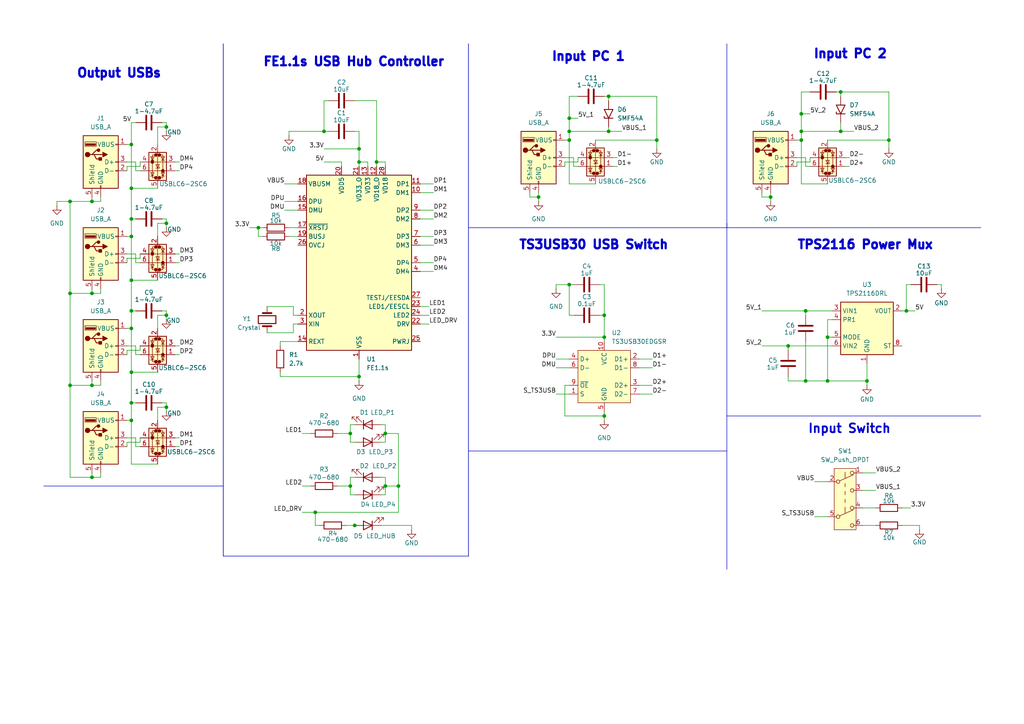
<source format=kicad_sch>
(kicad_sch (version 20250114) (generator "eeschema") (generator_version "9.0")
  (paper "A4")
  (lib_symbols
    (symbol "Connector:USB_A" (pin_names (offset 1.016))
      (property "Reference" "J" (at -5.08 11.43 0))
      (property "Value" "USB_A" (at -5.08 8.89 0))
      (symbol "USB_A_0_1"
        (rectangle (start -5.08 -7.62) (end 5.08 7.62) (stroke (width 0.254)) (fill (type background)))
        (circle (center -3.81 2.159) (radius 0.635) (stroke (width 0.254)) (fill (type outline)))
        (polyline (pts (xy -3.175 2.159) (xy -2.54 2.159) (xy -1.27 3.429) (xy -0.635 3.429)) (stroke (width 0.254)))
        (polyline (pts (xy -2.54 2.159) (xy -1.905 2.159) (xy -1.27 0.889) (xy 0 0.889)) (stroke (width 0.254)))
        (rectangle (start -1.524 4.826) (end -4.318 5.334) (fill (type outline)))
        (rectangle (start -1.27 4.572) (end -4.572 5.842))
        (circle (center -0.635 3.429) (radius 0.381) (stroke (width 0.254)) (fill (type outline)))
        (rectangle (start -0.127 -7.62) (end 0.127 -6.858))
        (rectangle (start 0.254 1.27) (end -0.508 0.508) (stroke (width 0.254)) (fill (type outline)))
        (polyline (pts (xy 0.635 2.794) (xy 0.635 1.524) (xy 1.905 2.159) (xy 0.635 2.794)) (stroke (width 0.254)) (fill (type outline)))
        (rectangle (start 5.08 4.953) (end 4.318 5.207))
        (rectangle (start 5.08 -0.127) (end 4.318 0.127))
        (rectangle (start 5.08 -2.667) (end 4.318 -2.413))
      )
      (symbol "USB_A_1_1"
        (polyline (pts (xy -1.905 2.159) (xy 0.635 2.159)) (stroke (width 0.254)))
        (pin passive line (at -2.54 -10.16 90) (length 2.54) (name "Shield") (number "5"))
        (pin power_in line (at 0 -10.16 90) (length 2.54) (name "GND") (number "4"))
        (pin power_in line (at 7.62 5.08 180) (length 2.54) (name "VBUS") (number "1"))
        (pin bidirectional line (at 7.62 0 180) (length 2.54) (name "D+") (number "3"))
        (pin bidirectional line (at 7.62 -2.54 180) (length 2.54) (name "D-") (number "2"))
      )
    )
    (symbol "Device:C" (pin_numbers (hide yes)) (pin_names (offset 0.254))
      (property "Reference" "C" (at 0.635 2.54 0))
      (property "Value" "C" (at 0.635 -2.54 0))
      (symbol "C_0_1"
        (polyline (pts (xy -2.032 0.762) (xy 2.032 0.762)) (stroke (width 0.508)))
        (polyline (pts (xy -2.032 -0.762) (xy 2.032 -0.762)) (stroke (width 0.508)))
      )
      (symbol "C_1_1"
        (pin passive line (at 0 3.81 270) (length 2.794) (name "~") (number "1"))
        (pin passive line (at 0 -3.81 90) (length 2.794) (name "~") (number "2"))
      )
    )
    (symbol "Device:Crystal" (pin_numbers (hide yes)) (pin_names (offset 1.016) (hide yes))
      (property "Reference" "Y" (at 0 3.81 0))
      (property "Value" "Crystal" (at 0 -3.81 0))
      (symbol "Crystal_0_1"
        (polyline (pts (xy -2.54 0) (xy -1.905 0)))
        (polyline (pts (xy -1.905 -1.27) (xy -1.905 1.27)) (stroke (width 0.508)))
        (rectangle (start -1.143 2.54) (end 1.143 -2.54) (stroke (width 0.3048)))
        (polyline (pts (xy 1.905 -1.27) (xy 1.905 1.27)) (stroke (width 0.508)))
        (polyline (pts (xy 2.54 0) (xy 1.905 0)))
      )
      (symbol "Crystal_1_1"
        (pin passive line (at -3.81 0 0) (length 1.27) (name "1") (number "1"))
        (pin passive line (at 3.81 0 180) (length 1.27) (name "2") (number "2"))
      )
    )
    (symbol "Device:LED" (pin_numbers (hide yes)) (pin_names (offset 1.016) (hide yes))
      (property "Reference" "D" (at 0 2.54 0))
      (property "Value" "LED" (at 0 -2.54 0))
      (symbol "LED_0_1"
        (polyline (pts (xy -3.048 -0.762) (xy -4.572 -2.286) (xy -3.81 -2.286) (xy -4.572 -2.286) (xy -4.572 -1.524)))
        (polyline (pts (xy -1.778 -0.762) (xy -3.302 -2.286) (xy -2.54 -2.286) (xy -3.302 -2.286) (xy -3.302 -1.524)))
        (polyline (pts (xy -1.27 0) (xy 1.27 0)))
        (polyline (pts (xy -1.27 -1.27) (xy -1.27 1.27)) (stroke (width 0.254)))
        (polyline (pts (xy 1.27 -1.27) (xy 1.27 1.27) (xy -1.27 0) (xy 1.27 -1.27)) (stroke (width 0.254)))
      )
      (symbol "LED_1_1"
        (pin passive line (at -3.81 0 0) (length 2.54) (name "K") (number "1"))
        (pin passive line (at 3.81 0 180) (length 2.54) (name "A") (number "2"))
      )
    )
    (symbol "Device:R" (pin_numbers (hide yes)) (pin_names (offset 0))
      (property "Reference" "R" (at 2.032 0 90))
      (property "Value" "R" (at 0 0 90))
      (symbol "R_0_1"
        (rectangle (start -1.016 -2.54) (end 1.016 2.54) (stroke (width 0.254)))
      )
      (symbol "R_1_1"
        (pin passive line (at 0 3.81 270) (length 1.27) (name "~") (number "1"))
        (pin passive line (at 0 -3.81 90) (length 1.27) (name "~") (number "2"))
      )
    )
    (symbol "Diode:SMF54A" (pin_numbers (hide yes)) (pin_names (offset 1.016) (hide yes))
      (property "Reference" "D" (at 0 2.54 0))
      (property "Value" "SMF54A" (at 0 -2.54 0))
      (symbol "SMF54A_0_1"
        (polyline (pts (xy -0.762 1.27) (xy -1.27 1.27) (xy -1.27 -1.27)) (stroke (width 0.254)))
        (polyline (pts (xy 1.27 1.27) (xy 1.27 -1.27) (xy -1.27 0) (xy 1.27 1.27)) (stroke (width 0.254)))
      )
      (symbol "SMF54A_1_1"
        (pin passive line (at -3.81 0 0) (length 2.54) (name "A1") (number "1"))
        (pin passive line (at 3.81 0 180) (length 2.54) (name "A2") (number "2"))
      )
    )
    (symbol "Interface_USB:FE1.1s"
      (property "Reference" "U" (at -11.43 26.67 0))
      (property "Value" "FE1.1s" (at 12.7 27.94 0))
      (symbol "FE1.1s_0_1"
        (rectangle (start -15.24 25.4) (end 15.24 -25.4) (stroke (width 0.254)) (fill (type background)))
      )
      (symbol "FE1.1s_1_1"
        (pin input line (at -17.78 22.86 0) (length 2.54) (name "VBUSM") (number "18"))
        (pin bidirectional line (at -17.78 17.78 0) (length 2.54) (name "DPU") (number "16"))
        (pin bidirectional line (at -17.78 15.24 0) (length 2.54) (name "DMU") (number "15"))
        (pin input line (at -17.78 10.16 0) (length 2.54) (name "~{XRSTJ}") (number "17"))
        (pin input line (at -17.78 7.62 0) (length 2.54) (name "BUSJ") (number "19"))
        (pin input line (at -17.78 5.08 0) (length 2.54) (name "OVCJ") (number "26"))
        (pin output line (at -17.78 -15.24 0) (length 2.54) (name "XOUT") (number "2"))
        (pin input line (at -17.78 -17.78 0) (length 2.54) (name "XIN") (number "3"))
        (pin passive line (at -17.78 -22.86 0) (length 2.54) (name "REXT") (number "14"))
        (pin power_in line (at -5.08 27.94 270) (length 2.54) (name "VDD5") (number "20"))
        (pin power_out line (at 0 27.94 270) (length 2.54) (name "VD33_O") (number "21"))
        (pin power_in line (at 0 -27.94 90) (length 2.54) (name "VSS") (number "1"))
        (pin power_in line (at 2.54 27.94 270) (length 2.54) (name "VD33") (number "13"))
        (pin power_out line (at 5.08 27.94 270) (length 2.54) (name "VD18_O") (number "12"))
        (pin power_in line (at 7.62 27.94 270) (length 2.54) (name "VD18") (number "28"))
        (pin bidirectional line (at 17.78 22.86 180) (length 2.54) (name "DP1") (number "11"))
        (pin bidirectional line (at 17.78 20.32 180) (length 2.54) (name "DM1") (number "10"))
        (pin bidirectional line (at 17.78 15.24 180) (length 2.54) (name "DP2") (number "9"))
        (pin bidirectional line (at 17.78 12.7 180) (length 2.54) (name "DM2") (number "8"))
        (pin bidirectional line (at 17.78 7.62 180) (length 2.54) (name "DP3") (number "7"))
        (pin bidirectional line (at 17.78 5.08 180) (length 2.54) (name "DM3") (number "6"))
        (pin bidirectional line (at 17.78 0 180) (length 2.54) (name "DP4") (number "5"))
        (pin bidirectional line (at 17.78 -2.54 180) (length 2.54) (name "DM4") (number "4"))
        (pin bidirectional line (at 17.78 -10.16 180) (length 2.54) (name "TESTJ/EESDA") (number "27"))
        (pin bidirectional line (at 17.78 -12.7 180) (length 2.54) (name "LED1/EESCL") (number "23"))
        (pin bidirectional line (at 17.78 -15.24 180) (length 2.54) (name "LED2") (number "24"))
        (pin bidirectional line (at 17.78 -17.78 180) (length 2.54) (name "DRV") (number "22"))
        (pin output line (at 17.78 -22.86 180) (length 2.54) (name "PWRJ") (number "25"))
      )
    )
    (symbol "Interface_USB:TS3USB30EDGSR"
      (property "Reference" "U" (at -6.35 8.89 0))
      (property "Value" "TS3USB30EDGSR" (at 8.89 8.89 0))
      (symbol "TS3USB30EDGSR_1_1"
        (rectangle (start -7.62 7.62) (end 7.62 -7.62) (fill (type background)))
        (pin bidirectional line (at -10.16 5.08 0) (length 2.54) (name "D+") (number "4"))
        (pin bidirectional line (at -10.16 2.54 0) (length 2.54) (name "D-") (number "6"))
        (pin input line (at -10.16 -2.54 0) (length 2.54) (name "~{OE}") (number "9"))
        (pin input line (at -10.16 -5.08 0) (length 2.54) (name "S") (number "1"))
        (pin power_in line (at 0 10.16 270) (length 2.54) (name "VCC") (number "10"))
        (pin power_in line (at 0 -10.16 90) (length 2.54) (name "GND") (number "5"))
        (pin bidirectional line (at 10.16 5.08 180) (length 2.54) (name "D1+") (number "2"))
        (pin bidirectional line (at 10.16 2.54 180) (length 2.54) (name "D1-") (number "8"))
        (pin bidirectional line (at 10.16 -2.54 180) (length 2.54) (name "D2+") (number "3"))
        (pin bidirectional line (at 10.16 -5.08 180) (length 2.54) (name "D2-") (number "7"))
      )
    )
    (symbol "Power_Management:TPS2116DRL"
      (property "Reference" "U" (at -7.874 9.144 0))
      (property "Value" "TPS2116DRL" (at 0.508 -8.89 0))
      (symbol "TPS2116DRL_0_1"
        (rectangle (start -7.62 7.62) (end 7.62 -7.62) (stroke (width 0.254)) (fill (type background)))
      )
      (symbol "TPS2116DRL_1_0"
        (pin power_out line (at 10.16 5.08 180) (length 2.54) (hide yes) (name "VOUT") (number "7"))
      )
      (symbol "TPS2116DRL_1_1"
        (pin power_in line (at -10.16 5.08 0) (length 2.54) (name "VIN1") (number "3"))
        (pin input line (at -10.16 2.54 0) (length 2.54) (name "PR1") (number "4"))
        (pin input line (at -10.16 -2.54 0) (length 2.54) (name "MODE") (number "5"))
        (pin power_in line (at -10.16 -5.08 0) (length 2.54) (name "VIN2") (number "6"))
        (pin power_in line (at 0 -10.16 90) (length 2.54) (name "GND") (number "1"))
        (pin power_out line (at 10.16 5.08 180) (length 2.54) (name "VOUT") (number "2"))
        (pin open_collector line (at 10.16 -5.08 180) (length 2.54) (name "ST") (number "8"))
      )
    )
    (symbol "Power_Protection:USBLC6-2SC6" (pin_names (hide yes))
      (property "Reference" "U" (at 0.635 5.715 0))
      (property "Value" "USBLC6-2SC6" (at 0.635 3.81 0))
      (symbol "USBLC6-2SC6_0_0"
        (circle (center -1.524 0) (radius 0.0001) (stroke (width 0.508)))
        (circle (center -0.508 2.032) (radius 0.0001) (stroke (width 0.508)))
        (circle (center -0.508 -4.572) (radius 0.0001) (stroke (width 0.508)))
        (circle (center 0.508 2.032) (radius 0.0001) (stroke (width 0.508)))
        (circle (center 0.508 -4.572) (radius 0.0001) (stroke (width 0.508)))
        (circle (center 1.524 -2.54) (radius 0.0001) (stroke (width 0.508)))
      )
      (symbol "USBLC6-2SC6_0_1"
        (polyline (pts (xy -2.54 0) (xy 2.54 0)))
        (polyline (pts (xy -2.54 -2.54) (xy 2.54 -2.54)))
        (polyline (pts (xy -2.032 0.508) (xy -1.016 0.508) (xy -1.524 1.524) (xy -2.032 0.508)))
        (polyline (pts (xy -2.032 -3.048) (xy -1.016 -3.048)))
        (polyline (pts (xy -1.016 1.524) (xy -2.032 1.524)))
        (polyline (pts (xy -1.016 -4.064) (xy -2.032 -4.064) (xy -1.524 -3.048) (xy -1.016 -4.064)))
        (polyline (pts (xy -0.508 -1.143) (xy -0.508 -0.762) (xy 0.508 -0.762)))
        (polyline (pts (xy 0 2.54) (xy -0.508 2.032) (xy 0.508 2.032) (xy 0 1.524) (xy 0 -4.064) (xy -0.508 -4.572) (xy 0.508 -4.572) (xy 0 -5.08)))
        (polyline (pts (xy 0.508 -1.778) (xy -0.508 -1.778) (xy 0 -0.762) (xy 0.508 -1.778)))
        (polyline (pts (xy 1.016 1.524) (xy 2.032 1.524)))
        (polyline (pts (xy 1.016 -3.048) (xy 2.032 -3.048)))
        (polyline (pts (xy 2.032 0.508) (xy 1.016 0.508) (xy 1.524 1.524) (xy 2.032 0.508)))
        (polyline (pts (xy 2.032 -4.064) (xy 1.016 -4.064) (xy 1.524 -3.048) (xy 2.032 -4.064)))
      )
      (symbol "USBLC6-2SC6_1_1"
        (rectangle (start -2.54 2.794) (end 2.54 -5.334) (stroke (width 0.254)) (fill (type background)))
        (polyline (pts (xy -0.508 2.032) (xy -1.524 2.032) (xy -1.524 -4.572) (xy -0.508 -4.572)))
        (polyline (pts (xy 0.508 -4.572) (xy 1.524 -4.572) (xy 1.524 2.032) (xy 0.508 2.032)))
        (pin passive line (at -5.08 0 0) (length 2.54) (name "I/O1") (number "1"))
        (pin passive line (at -5.08 -2.54 0) (length 2.54) (name "I/O2") (number "3"))
        (pin passive line (at 0 5.08 270) (length 2.54) (name "VBUS") (number "5"))
        (pin passive line (at 0 -7.62 90) (length 2.54) (name "GND") (number "2"))
        (pin passive line (at 5.08 0 180) (length 2.54) (name "I/O1") (number "6"))
        (pin passive line (at 5.08 -2.54 180) (length 2.54) (name "I/O2") (number "4"))
      )
    )
    (symbol "Switch:SW_Push_DPDT" (pin_names (offset 0) (hide yes))
      (property "Reference" "SW" (at 0 10.16 0))
      (property "Value" "SW_Push_DPDT" (at 0 -10.16 0))
      (symbol "SW_Push_DPDT_0_0"
        (circle (center -2.032 5.08) (radius 0.508))
        (circle (center -2.032 -5.08) (radius 0.508))
        (circle (center 2.032 2.54) (radius 0.508))
        (circle (center 2.032 -7.62) (radius 0.508))
      )
      (symbol "SW_Push_DPDT_0_1"
        (polyline (pts (xy -1.524 5.334) (xy 2.3368 7.0612)))
        (polyline (pts (xy -1.524 -4.826) (xy 2.3368 -3.0988)))
        (polyline (pts (xy 0 7.874) (xy 0 6.096)))
        (polyline (pts (xy 0 3.556) (xy 0 4.572)))
        (polyline (pts (xy 0 1.27) (xy 0 2.286)))
        (polyline (pts (xy 0 -1.016) (xy 0 0)))
        (polyline (pts (xy 0 -2.286) (xy 0 -4.064)))
        (circle (center 2.032 7.62) (radius 0.508))
        (circle (center 2.032 -2.54) (radius 0.508))
      )
      (symbol "SW_Push_DPDT_1_1"
        (rectangle (start -3.175 8.89) (end 3.175 -8.89) (fill (type background)))
        (pin passive line (at -5.08 5.08 0) (length 2.54) (name "B") (number "2"))
        (pin passive line (at -5.08 -5.08 0) (length 2.54) (name "B") (number "5"))
        (pin passive line (at 5.08 7.62 180) (length 2.54) (name "A") (number "1"))
        (pin passive line (at 5.08 2.54 180) (length 2.54) (name "C") (number "3"))
        (pin passive line (at 5.08 -2.54 180) (length 2.54) (name "A") (number "4"))
        (pin passive line (at 5.08 -7.62 180) (length 2.54) (name "C") (number "6"))
      )
    )
    (symbol "power:GND" (power) (pin_numbers (hide yes)) (pin_names (offset 0) (hide yes))
      (property "Value" "GND" (at 0 -3.81 0))
      (symbol "GND_0_1"
        (polyline (pts (xy 0 0) (xy 0 -1.27) (xy 1.27 -1.27) (xy 0 -2.54) (xy -1.27 -1.27) (xy 0 -1.27)))
      )
      (symbol "GND_1_1"
        (pin power_in line (at 0 0 270) (length 0) (name "~") (number "1"))
      )
    )
  )
  (rectangle (start 135.89 130.81) (end 210.82 130.81))
  (rectangle (start 12.7 140.97) (end 64.77 140.97))
  (rectangle (start 210.82 12.7) (end 210.82 66.04))
  (rectangle (start 135.8646 12.7) (end 135.89 161.29))
  (rectangle (start 64.7446 12.7) (end 64.77 161.29))
  (rectangle (start 210.82 64.77) (end 210.82 165.1))
  (rectangle (start 135.89 66.04) (end 284.48 66.04))
  (rectangle (start 210.82 120.65) (end 284.48 120.65))
  (rectangle (start 64.77 161.29) (end 135.89 161.29))
  (text "Input PC 2\n" (at 246.634 15.748 0) (effects (font (size 2.54 2.54) (thickness 1.016) (bold yes))))
  (text "TS3USB30 USB Switch" (at 172.212 71.12 0) (effects (font (size 2.54 2.54) (thickness 1.016) (bold yes))))
  (text "TPS2116 Power Mux" (at 250.952 71.12 0) (effects (font (size 2.54 2.54) (thickness 1.016) (bold yes))))
  (text "Input PC 1" (at 170.688 16.51 0) (effects (font (size 2.54 2.54) (thickness 1.016) (bold yes))))
  (text "FE1.1s USB Hub Controller" (at 102.616 18.034 0) (effects (font (size 2.54 2.54) (thickness 1.016) (bold yes))))
  (text "Output USBs" (at 34.544 21.336 0) (effects (font (size 2.54 2.54) (thickness 1.016) (bold yes))))
  (text "Input Switch" (at 246.38 124.46 0) (effects (font (size 2.54 2.54) (thickness 0.508) (bold yes))))
  (junction (at 111.76 140.97))
  (junction (at 26.67 138.43))
  (junction (at 74.93 66.04))
  (junction (at 165.1 40.64))
  (junction (at 165.1 82.55))
  (junction (at 223.52 57.15))
  (junction (at 233.68 110.49))
  (junction (at 104.14 46.99))
  (junction (at 111.76 125.73))
  (junction (at 156.21 57.15))
  (junction (at 26.67 111.76))
  (junction (at 48.26 36.83))
  (junction (at 233.68 90.17))
  (junction (at 104.14 109.22))
  (junction (at 240.03 110.49))
  (junction (at 38.1 63.5))
  (junction (at 38.1 95.25))
  (junction (at 20.32 111.76))
  (junction (at 20.32 85.09))
  (junction (at 165.1 34.29))
  (junction (at 232.41 33.02))
  (junction (at 26.67 85.09))
  (junction (at 38.1 90.17))
  (junction (at 48.26 118.11))
  (junction (at 175.26 97.79))
  (junction (at 101.6 125.73))
  (junction (at 228.6 100.33))
  (junction (at 101.6 140.97))
  (junction (at 38.1 81.28))
  (junction (at 257.81 40.64))
  (junction (at 104.14 43.18))
  (junction (at 38.1 121.92))
  (junction (at 251.46 110.49))
  (junction (at 38.1 41.91))
  (junction (at 48.26 64.77))
  (junction (at 232.41 40.64))
  (junction (at 109.22 46.99))
  (junction (at 262.89 90.17))
  (junction (at 38.1 54.61))
  (junction (at 175.26 120.65))
  (junction (at 38.1 107.95))
  (junction (at 243.84 38.1))
  (junction (at 176.53 27.94))
  (junction (at 115.57 140.97))
  (junction (at 38.1 68.58))
  (junction (at 102.87 152.4))
  (junction (at 243.84 26.67))
  (junction (at 20.32 58.42))
  (junction (at 48.26 91.44))
  (junction (at 26.67 58.42))
  (junction (at 190.5 40.64))
  (junction (at 38.1 116.84))
  (junction (at 240.03 97.79))
  (junction (at 175.26 91.44))
  (junction (at 176.53 38.1))
  (junction (at 93.98 38.1))
  (junction (at 91.44 148.59))
  (junction (at 165.1 38.1))
  (junction (at 232.41 38.1))
  (wire (pts (xy 220.98 100.33) (xy 228.6 100.33)))
  (wire (pts (xy 74.93 66.04) (xy 74.93 68.58)))
  (wire (pts (xy 232.41 26.67) (xy 234.95 26.67)))
  (wire (pts (xy 125.73 60.96) (xy 121.92 60.96)))
  (wire (pts (xy 240.03 92.71) (xy 240.03 97.79)))
  (wire (pts (xy 36.83 49.53) (xy 36.83 48.26)))
  (wire (pts (xy 101.6 125.73) (xy 101.6 128.27)))
  (wire (pts (xy 165.1 111.76) (xy 163.83 111.76)))
  (wire (pts (xy 85.09 96.52) (xy 85.09 93.98)))
  (wire (pts (xy 109.22 29.21) (xy 109.22 46.99)))
  (wire (pts (xy 266.7 152.4) (xy 261.62 152.4)))
  (wire (pts (xy 38.1 68.58) (xy 38.1 81.28)))
  (wire (pts (xy 45.72 118.11) (xy 48.26 118.11)))
  (wire (pts (xy 26.67 58.42) (xy 20.32 58.42)))
  (wire (pts (xy 111.76 138.43) (xy 111.76 140.97)))
  (wire (pts (xy 45.72 121.92) (xy 45.72 118.11)))
  (wire (pts (xy 115.57 140.97) (xy 115.57 125.73)))
  (wire (pts (xy 38.1 121.92) (xy 38.1 134.62)))
  (wire (pts (xy 175.26 91.44) (xy 175.26 97.79)))
  (wire (pts (xy 102.87 123.19) (xy 101.6 123.19)))
  (wire (pts (xy 231.14 46.99) (xy 234.95 46.99)))
  (wire (pts (xy 52.07 100.33) (xy 50.8 100.33)))
  (wire (pts (xy 165.1 27.94) (xy 165.1 34.29)))
  (wire (pts (xy 165.1 38.1) (xy 165.1 40.64)))
  (wire (pts (xy 38.1 41.91) (xy 38.1 54.61)))
  (wire (pts (xy 20.32 58.42) (xy 20.32 85.09)))
  (wire (pts (xy 240.03 110.49) (xy 251.46 110.49)))
  (wire (pts (xy 91.44 148.59) (xy 115.57 148.59)))
  (wire (pts (xy 76.2 66.04) (xy 74.93 66.04)))
  (wire (pts (xy 172.72 53.34) (xy 165.1 53.34)))
  (wire (pts (xy 233.68 90.17) (xy 241.3 90.17)))
  (wire (pts (xy 156.21 55.88) (xy 156.21 57.15)))
  (wire (pts (xy 50.8 127) (xy 52.07 127)))
  (wire (pts (xy 243.84 27.94) (xy 243.84 26.67)))
  (wire (pts (xy 36.83 121.92) (xy 38.1 121.92)))
  (wire (pts (xy 36.83 101.6) (xy 40.64 101.6)))
  (wire (pts (xy 175.26 27.94) (xy 176.53 27.94)))
  (wire (pts (xy 241.3 92.71) (xy 240.03 92.71)))
  (wire (pts (xy 20.32 85.09) (xy 20.32 111.76)))
  (wire (pts (xy 228.6 110.49) (xy 233.68 110.49)))
  (wire (pts (xy 101.6 143.51) (xy 102.87 143.51)))
  (wire (pts (xy 48.26 92.71) (xy 48.26 91.44)))
  (wire (pts (xy 109.22 46.99) (xy 111.76 46.99)))
  (wire (pts (xy 38.1 90.17) (xy 38.1 95.25)))
  (wire (pts (xy 52.07 46.99) (xy 50.8 46.99)))
  (wire (pts (xy 104.14 38.1) (xy 104.14 43.18)))
  (wire (pts (xy 166.37 48.26) (xy 167.64 48.26)))
  (wire (pts (xy 97.79 125.73) (xy 101.6 125.73)))
  (wire (pts (xy 39.37 90.17) (xy 38.1 90.17)))
  (wire (pts (xy 36.83 46.99) (xy 39.37 46.99)))
  (wire (pts (xy 20.32 111.76) (xy 20.32 138.43)))
  (wire (pts (xy 48.26 36.83) (xy 48.26 35.56)))
  (wire (pts (xy 262.89 82.55) (xy 262.89 90.17)))
  (wire (pts (xy 26.67 138.43) (xy 29.21 138.43)))
  (wire (pts (xy 125.73 63.5) (xy 121.92 63.5)))
  (wire (pts (xy 83.82 38.1) (xy 83.82 39.37)))
  (wire (pts (xy 39.37 127) (xy 39.37 129.54)))
  (wire (pts (xy 52.07 102.87) (xy 50.8 102.87)))
  (wire (pts (xy 251.46 111.76) (xy 251.46 110.49)))
  (wire (pts (xy 85.09 91.44) (xy 86.36 91.44)))
  (wire (pts (xy 104.14 46.99) (xy 104.14 48.26)))
  (wire (pts (xy 166.37 45.72) (xy 166.37 48.26)))
  (wire (pts (xy 111.76 140.97) (xy 111.76 143.51)))
  (wire (pts (xy 48.26 90.17) (xy 46.99 90.17)))
  (wire (pts (xy 36.83 128.27) (xy 36.83 129.54)))
  (wire (pts (xy 93.98 29.21) (xy 93.98 38.1)))
  (wire (pts (xy 232.41 26.67) (xy 232.41 33.02)))
  (wire (pts (xy 223.52 57.15) (xy 223.52 58.42)))
  (wire (pts (xy 39.37 73.66) (xy 39.37 76.2)))
  (wire (pts (xy 165.1 27.94) (xy 167.64 27.94)))
  (wire (pts (xy 257.81 43.18) (xy 257.81 40.64)))
  (wire (pts (xy 264.16 147.32) (xy 261.62 147.32)))
  (wire (pts (xy 111.76 138.43) (xy 110.49 138.43)))
  (wire (pts (xy 153.67 57.15) (xy 156.21 57.15)))
  (wire (pts (xy 36.83 76.2) (xy 36.83 74.93)))
  (wire (pts (xy 38.1 134.62) (xy 45.72 134.62)))
  (wire (pts (xy 48.26 118.11) (xy 48.26 116.84)))
  (wire (pts (xy 26.67 85.09) (xy 20.32 85.09)))
  (wire (pts (xy 38.1 81.28) (xy 45.72 81.28)))
  (wire (pts (xy 110.49 123.19) (xy 111.76 123.19)))
  (wire (pts (xy 163.83 46.99) (xy 167.64 46.99)))
  (wire (pts (xy 220.98 55.88) (xy 220.98 57.15)))
  (wire (pts (xy 74.93 68.58) (xy 76.2 68.58)))
  (wire (pts (xy 38.1 116.84) (xy 38.1 121.92)))
  (wire (pts (xy 220.98 90.17) (xy 233.68 90.17)))
  (wire (pts (xy 26.67 111.76) (xy 20.32 111.76)))
  (wire (pts (xy 176.53 38.1) (xy 180.34 38.1)))
  (wire (pts (xy 29.21 138.43) (xy 29.21 137.16)))
  (wire (pts (xy 163.83 48.26) (xy 163.83 46.99)))
  (wire (pts (xy 45.72 91.44) (xy 48.26 91.44)))
  (wire (pts (xy 179.07 45.72) (xy 177.8 45.72)))
  (wire (pts (xy 167.64 46.99) (xy 167.64 45.72)))
  (wire (pts (xy 26.67 110.49) (xy 26.67 111.76)))
  (wire (pts (xy 91.44 152.4) (xy 91.44 148.59)))
  (wire (pts (xy 273.05 82.55) (xy 271.78 82.55)))
  (wire (pts (xy 40.64 128.27) (xy 36.83 128.27)))
  (wire (pts (xy 39.37 35.56) (xy 38.1 35.56)))
  (wire (pts (xy 243.84 26.67) (xy 242.57 26.67)))
  (wire (pts (xy 93.98 43.18) (xy 104.14 43.18)))
  (wire (pts (xy 87.63 148.59) (xy 91.44 148.59)))
  (wire (pts (xy 48.26 35.56) (xy 46.99 35.56)))
  (wire (pts (xy 39.37 76.2) (xy 40.64 76.2)))
  (wire (pts (xy 104.14 43.18) (xy 104.14 46.99)))
  (wire (pts (xy 20.32 138.43) (xy 26.67 138.43)))
  (wire (pts (xy 163.83 120.65) (xy 175.26 120.65)))
  (wire (pts (xy 254 152.4) (xy 250.19 152.4)))
  (wire (pts (xy 38.1 68.58) (xy 36.83 68.58)))
  (wire (pts (xy 163.83 45.72) (xy 166.37 45.72)))
  (wire (pts (xy 36.83 73.66) (xy 39.37 73.66)))
  (wire (pts (xy 240.03 97.79) (xy 240.03 110.49)))
  (wire (pts (xy 111.76 46.99) (xy 111.76 48.26)))
  (wire (pts (xy 83.82 66.04) (xy 86.36 66.04)))
  (wire (pts (xy 190.5 40.64) (xy 190.5 43.18)))
  (wire (pts (xy 240.03 97.79) (xy 241.3 97.79)))
  (wire (pts (xy 29.21 85.09) (xy 26.67 85.09)))
  (wire (pts (xy 38.1 35.56) (xy 38.1 41.91)))
  (wire (pts (xy 101.6 128.27) (xy 102.87 128.27)))
  (wire (pts (xy 77.47 88.9) (xy 85.09 88.9)))
  (wire (pts (xy 232.41 38.1) (xy 243.84 38.1)))
  (wire (pts (xy 40.64 101.6) (xy 40.64 100.33)))
  (wire (pts (xy 172.72 40.64) (xy 190.5 40.64)))
  (wire (pts (xy 81.28 107.95) (xy 81.28 109.22)))
  (wire (pts (xy 167.64 34.29) (xy 165.1 34.29)))
  (wire (pts (xy 39.37 129.54) (xy 40.64 129.54)))
  (wire (pts (xy 40.64 74.93) (xy 40.64 73.66)))
  (wire (pts (xy 48.26 119.38) (xy 48.26 118.11)))
  (wire (pts (xy 97.79 140.97) (xy 101.6 140.97)))
  (wire (pts (xy 99.06 46.99) (xy 99.06 48.26)))
  (wire (pts (xy 165.1 40.64) (xy 165.1 53.34)))
  (wire (pts (xy 124.46 93.98) (xy 121.92 93.98)))
  (wire (pts (xy 82.55 58.42) (xy 86.36 58.42)))
  (wire (pts (xy 257.81 40.64) (xy 257.81 26.67)))
  (wire (pts (xy 38.1 95.25) (xy 38.1 107.95)))
  (wire (pts (xy 16.51 58.42) (xy 20.32 58.42)))
  (wire (pts (xy 243.84 38.1) (xy 247.65 38.1)))
  (wire (pts (xy 257.81 26.67) (xy 243.84 26.67)))
  (wire (pts (xy 45.72 68.58) (xy 45.72 64.77)))
  (wire (pts (xy 240.03 40.64) (xy 257.81 40.64)))
  (wire (pts (xy 77.47 96.52) (xy 85.09 96.52)))
  (wire (pts (xy 156.21 57.15) (xy 156.21 58.42)))
  (wire (pts (xy 115.57 140.97) (xy 111.76 140.97)))
  (wire (pts (xy 92.71 152.4) (xy 91.44 152.4)))
  (wire (pts (xy 36.83 100.33) (xy 39.37 100.33)))
  (wire (pts (xy 48.26 63.5) (xy 46.99 63.5)))
  (wire (pts (xy 228.6 100.33) (xy 241.3 100.33)))
  (wire (pts (xy 100.33 152.4) (xy 102.87 152.4)))
  (wire (pts (xy 125.73 55.88) (xy 121.92 55.88)))
  (wire (pts (xy 161.29 83.82) (xy 161.29 82.55)))
  (wire (pts (xy 175.26 119.38) (xy 175.26 120.65)))
  (wire (pts (xy 36.83 41.91) (xy 38.1 41.91)))
  (wire (pts (xy 85.09 93.98) (xy 86.36 93.98)))
  (wire (pts (xy 233.68 45.72) (xy 233.68 48.26)))
  (wire (pts (xy 189.23 104.14) (xy 185.42 104.14)))
  (wire (pts (xy 228.6 100.33) (xy 228.6 101.6)))
  (wire (pts (xy 161.29 104.14) (xy 165.1 104.14)))
  (wire (pts (xy 254 142.24) (xy 250.19 142.24)))
  (wire (pts (xy 161.29 97.79) (xy 175.26 97.79)))
  (wire (pts (xy 232.41 40.64) (xy 232.41 38.1)))
  (wire (pts (xy 87.63 125.73) (xy 90.17 125.73)))
  (wire (pts (xy 85.09 88.9) (xy 85.09 91.44)))
  (wire (pts (xy 36.83 48.26) (xy 40.64 48.26)))
  (wire (pts (xy 52.07 76.2) (xy 50.8 76.2)))
  (wire (pts (xy 179.07 48.26) (xy 177.8 48.26)))
  (wire (pts (xy 165.1 38.1) (xy 176.53 38.1)))
  (wire (pts (xy 29.21 57.15) (xy 29.21 58.42)))
  (wire (pts (xy 105.41 152.4) (xy 102.87 152.4)))
  (wire (pts (xy 175.26 91.44) (xy 173.99 91.44)))
  (wire (pts (xy 111.76 128.27) (xy 110.49 128.27)))
  (wire (pts (xy 26.67 137.16) (xy 26.67 138.43)))
  (wire (pts (xy 220.98 57.15) (xy 223.52 57.15)))
  (wire (pts (xy 104.14 38.1) (xy 102.87 38.1)))
  (wire (pts (xy 166.37 91.44) (xy 165.1 91.44)))
  (wire (pts (xy 175.26 120.65) (xy 175.26 121.92)))
  (wire (pts (xy 29.21 83.82) (xy 29.21 85.09)))
  (wire (pts (xy 233.68 110.49) (xy 240.03 110.49)))
  (wire (pts (xy 45.72 41.91) (xy 45.72 36.83)))
  (wire (pts (xy 38.1 107.95) (xy 45.72 107.95)))
  (wire (pts (xy 39.37 49.53) (xy 40.64 49.53)))
  (wire (pts (xy 176.53 36.83) (xy 176.53 38.1)))
  (wire (pts (xy 38.1 63.5) (xy 38.1 68.58)))
  (wire (pts (xy 175.26 82.55) (xy 175.26 91.44)))
  (wire (pts (xy 153.67 55.88) (xy 153.67 57.15)))
  (wire (pts (xy 234.95 33.02) (xy 232.41 33.02)))
  (wire (pts (xy 48.26 91.44) (xy 48.26 90.17)))
  (wire (pts (xy 165.1 82.55) (xy 166.37 82.55)))
  (wire (pts (xy 95.25 29.21) (xy 93.98 29.21)))
  (wire (pts (xy 265.43 90.17) (xy 262.89 90.17)))
  (wire (pts (xy 102.87 138.43) (xy 101.6 138.43)))
  (wire (pts (xy 38.1 54.61) (xy 38.1 63.5)))
  (wire (pts (xy 111.76 143.51) (xy 110.49 143.51)))
  (wire (pts (xy 236.22 139.7) (xy 240.03 139.7)))
  (wire (pts (xy 45.72 95.25) (xy 45.72 91.44)))
  (wire (pts (xy 125.73 76.2) (xy 121.92 76.2)))
  (wire (pts (xy 266.7 153.67) (xy 266.7 152.4)))
  (wire (pts (xy 163.83 40.64) (xy 165.1 40.64)))
  (wire (pts (xy 125.73 53.34) (xy 121.92 53.34)))
  (wire (pts (xy 101.6 138.43) (xy 101.6 140.97)))
  (wire (pts (xy 111.76 125.73) (xy 111.76 128.27)))
  (wire (pts (xy 72.39 66.04) (xy 74.93 66.04)))
  (wire (pts (xy 124.46 88.9) (xy 121.92 88.9)))
  (wire (pts (xy 189.23 114.3) (xy 185.42 114.3)))
  (wire (pts (xy 16.51 59.69) (xy 16.51 58.42)))
  (wire (pts (xy 48.26 66.04) (xy 48.26 64.77)))
  (wire (pts (xy 40.64 127) (xy 40.64 128.27)))
  (wire (pts (xy 231.14 40.64) (xy 232.41 40.64)))
  (wire (pts (xy 190.5 27.94) (xy 190.5 40.64)))
  (wire (pts (xy 83.82 68.58) (xy 86.36 68.58)))
  (wire (pts (xy 234.95 46.99) (xy 234.95 45.72)))
  (wire (pts (xy 189.23 106.68) (xy 185.42 106.68)))
  (wire (pts (xy 36.83 95.25) (xy 38.1 95.25)))
  (wire (pts (xy 36.83 127) (xy 39.37 127)))
  (wire (pts (xy 236.22 149.86) (xy 240.03 149.86)))
  (wire (pts (xy 175.26 97.79) (xy 175.26 99.06)))
  (wire (pts (xy 106.68 46.99) (xy 106.68 48.26)))
  (wire (pts (xy 52.07 73.66) (xy 50.8 73.66)))
  (wire (pts (xy 125.73 68.58) (xy 121.92 68.58)))
  (wire (pts (xy 246.38 45.72) (xy 245.11 45.72)))
  (wire (pts (xy 231.14 45.72) (xy 233.68 45.72)))
  (wire (pts (xy 52.07 49.53) (xy 50.8 49.53)))
  (wire (pts (xy 39.37 46.99) (xy 39.37 49.53)))
  (wire (pts (xy 48.26 64.77) (xy 48.26 63.5)))
  (wire (pts (xy 101.6 140.97) (xy 101.6 143.51)))
  (wire (pts (xy 231.14 48.26) (xy 231.14 46.99)))
  (wire (pts (xy 111.76 123.19) (xy 111.76 125.73)))
  (wire (pts (xy 254 137.16) (xy 250.19 137.16)))
  (wire (pts (xy 228.6 109.22) (xy 228.6 110.49)))
  (wire (pts (xy 232.41 33.02) (xy 232.41 38.1)))
  (wire (pts (xy 93.98 46.99) (xy 99.06 46.99)))
  (wire (pts (xy 50.8 129.54) (xy 52.07 129.54)))
  (wire (pts (xy 81.28 99.06) (xy 86.36 99.06)))
  (wire (pts (xy 104.14 104.14) (xy 104.14 109.22)))
  (wire (pts (xy 38.1 63.5) (xy 39.37 63.5)))
  (wire (pts (xy 233.68 90.17) (xy 233.68 91.44)))
  (wire (pts (xy 233.68 48.26) (xy 234.95 48.26)))
  (wire (pts (xy 48.26 116.84) (xy 46.99 116.84)))
  (wire (pts (xy 38.1 81.28) (xy 38.1 90.17)))
  (wire (pts (xy 176.53 27.94) (xy 190.5 27.94)))
  (wire (pts (xy 36.83 102.87) (xy 36.83 101.6)))
  (wire (pts (xy 45.72 64.77) (xy 48.26 64.77)))
  (wire (pts (xy 232.41 40.64) (xy 232.41 53.34)))
  (wire (pts (xy 39.37 102.87) (xy 40.64 102.87)))
  (wire (pts (xy 165.1 34.29) (xy 165.1 38.1)))
  (wire (pts (xy 82.55 60.96) (xy 86.36 60.96)))
  (wire (pts (xy 39.37 100.33) (xy 39.37 102.87)))
  (wire (pts (xy 29.21 111.76) (xy 26.67 111.76)))
  (wire (pts (xy 83.82 38.1) (xy 93.98 38.1)))
  (wire (pts (xy 104.14 109.22) (xy 104.14 110.49)))
  (wire (pts (xy 125.73 71.12) (xy 121.92 71.12)))
  (wire (pts (xy 81.28 109.22) (xy 104.14 109.22)))
  (wire (pts (xy 104.14 46.99) (xy 106.68 46.99)))
  (wire (pts (xy 176.53 29.21) (xy 176.53 27.94)))
  (wire (pts (xy 115.57 148.59) (xy 115.57 140.97)))
  (wire (pts (xy 109.22 46.99) (xy 109.22 48.26)))
  (wire (pts (xy 264.16 82.55) (xy 262.89 82.55)))
  (wire (pts (xy 45.72 36.83) (xy 48.26 36.83)))
  (wire (pts (xy 251.46 105.41) (xy 251.46 110.49)))
  (wire (pts (xy 48.26 38.1) (xy 48.26 36.83)))
  (wire (pts (xy 163.83 111.76) (xy 163.83 120.65)))
  (wire (pts (xy 102.87 29.21) (xy 109.22 29.21)))
  (wire (pts (xy 189.23 111.76) (xy 185.42 111.76)))
  (wire (pts (xy 273.05 83.82) (xy 273.05 82.55)))
  (wire (pts (xy 29.21 110.49) (xy 29.21 111.76)))
  (wire (pts (xy 26.67 57.15) (xy 26.67 58.42)))
  (wire (pts (xy 254 147.32) (xy 250.19 147.32)))
  (wire (pts (xy 125.73 78.74) (xy 121.92 78.74)))
  (wire (pts (xy 87.63 140.97) (xy 90.17 140.97)))
  (wire (pts (xy 119.38 152.4) (xy 119.38 153.67)))
  (wire (pts (xy 246.38 48.26) (xy 245.11 48.26)))
  (wire (pts (xy 36.83 74.93) (xy 40.64 74.93)))
  (wire (pts (xy 161.29 114.3) (xy 165.1 114.3)))
  (wire (pts (xy 38.1 54.61) (xy 45.72 54.61)))
  (wire (pts (xy 223.52 55.88) (xy 223.52 57.15)))
  (wire (pts (xy 40.64 48.26) (xy 40.64 46.99)))
  (wire (pts (xy 26.67 83.82) (xy 26.67 85.09)))
  (wire (pts (xy 38.1 107.95) (xy 38.1 116.84)))
  (wire (pts (xy 161.29 106.68) (xy 165.1 106.68)))
  (wire (pts (xy 111.76 125.73) (xy 115.57 125.73)))
  (wire (pts (xy 81.28 100.33) (xy 81.28 99.06)))
  (wire (pts (xy 110.49 152.4) (xy 119.38 152.4)))
  (wire (pts (xy 240.03 53.34) (xy 232.41 53.34)))
  (wire (pts (xy 262.89 90.17) (xy 261.62 90.17)))
  (wire (pts (xy 233.68 99.06) (xy 233.68 110.49)))
  (wire (pts (xy 39.37 116.84) (xy 38.1 116.84)))
  (wire (pts (xy 29.21 58.42) (xy 26.67 58.42)))
  (wire (pts (xy 101.6 123.19) (xy 101.6 125.73)))
  (wire (pts (xy 165.1 91.44) (xy 165.1 82.55)))
  (wire (pts (xy 95.25 38.1) (xy 93.98 38.1)))
  (wire (pts (xy 124.46 91.44) (xy 121.92 91.44)))
  (wire (pts (xy 173.99 82.55) (xy 175.26 82.55)))
  (wire (pts (xy 82.55 53.34) (xy 86.36 53.34)))
  (wire (pts (xy 161.29 82.55) (xy 165.1 82.55)))
  (wire (pts (xy 243.84 35.56) (xy 243.84 38.1)))
  (label "D1+" (at 179.07 48.26 0))
  (label "DM3" (at 52.07 73.66 0))
  (label "5V_2" (at 234.95 33.02 0))
  (label "DM2" (at 52.07 100.33 0))
  (label "DM4" (at 52.07 46.99 0))
  (label "VBUS_1" (at 254 142.24 0))
  (label "DM2" (at 125.73 63.5 0))
  (label "DP1" (at 125.73 53.34 0))
  (label "LED_DRV" (at 87.63 148.59 180))
  (label "5V" (at 93.98 46.99 180))
  (label "DPU" (at 82.55 58.42 180))
  (label "DP3" (at 52.07 76.2 0))
  (label "DM1" (at 125.73 55.88 0))
  (label "VBUS_2" (at 254 137.16 0))
  (label "VBUS_2" (at 247.65 38.1 0))
  (label "VBUS" (at 236.22 139.7 180))
  (label "3.3V" (at 72.39 66.04 180))
  (label "VBUS" (at 82.55 53.34 180))
  (label "DP4" (at 52.07 49.53 0))
  (label "DP1" (at 52.07 129.54 0))
  (label "LED_DRV" (at 124.46 93.98 0))
  (label "LED1" (at 87.63 125.73 180))
  (label "5V_1" (at 220.98 90.17 180))
  (label "DM4" (at 125.73 78.74 0))
  (label "DMU" (at 161.29 106.68 180))
  (label "LED1" (at 124.46 88.9 0))
  (label "D1-" (at 189.23 106.68 0))
  (label "5V_1" (at 167.64 34.29 0))
  (label "DP2" (at 125.73 60.96 0))
  (label "3.3V" (at 93.98 43.18 180))
  (label "D2+" (at 246.38 48.26 0))
  (label "DM1" (at 52.07 127 0))
  (label "DP3" (at 125.73 68.58 0))
  (label "DM3" (at 125.73 71.12 0))
  (label "S_TS3USB" (at 161.29 114.3 180))
  (label "D1-" (at 179.07 45.72 0))
  (label "D2-" (at 246.38 45.72 0))
  (label "VBUS_1" (at 180.34 38.1 0))
  (label "5V" (at 265.43 90.17 0))
  (label "5V" (at 38.1 35.56 180))
  (label "LED2" (at 124.46 91.44 0))
  (label "DP4" (at 125.73 76.2 0))
  (label "D2+" (at 189.23 111.76 0))
  (label "D1+" (at 189.23 104.14 0))
  (label "LED2" (at 87.63 140.97 180))
  (label "S_TS3USB" (at 236.22 149.86 180))
  (label "3.3V" (at 264.16 147.32 0))
  (label "DMU" (at 82.55 60.96 180))
  (label "3.3V" (at 161.29 97.79 180))
  (label "DPU" (at 161.29 104.14 180))
  (label "5V_2" (at 220.98 100.33 180))
  (label "DP2" (at 52.07 102.87 0))
  (label "D2-" (at 189.23 114.3 0))
  (symbol (lib_id "Device:C") (at 99.06 38.1 90) (unit 1)
    (property "Reference" "C1" (at 99.06 32.766 90))
    (property "Value" "10uF" (at 99.06 34.798 90))
    (property "Footprint" "Capacitor_SMD:C_0805_2012Metric_Pad1.18x1.45mm_HandSolder" (effects (hide yes)))
    (property "Description" "Unpolarized capacitor" (effects (hide yes)))
  )
  (symbol (lib_id "Device:C") (at 228.6 105.41 180) (unit 1)
    (property "Reference" "C5" (at 224.155 104.521 0))
    (property "Value" "1uF" (at 224.155 106.553 0))
    (property "Footprint" "Capacitor_SMD:C_0805_2012Metric_Pad1.18x1.45mm_HandSolder" (effects (hide yes)))
    (property "Description" "Unpolarized capacitor" (effects (hide yes)))
  )
  (symbol (lib_id "power:GND") (at 175.26 121.92 0) (unit 1)
    (property "Reference" "#PWR06" (effects (hide yes)))
    (property "Value" "GND" (at 175.26 127 0))
    (property "Description" "Power symbol creates a global label with name \"GND\" , ground" (effects (hide yes)))
  )
  (symbol (lib_id "Device:C") (at 43.18 63.5 90) (unit 1)
    (property "Reference" "C8" (at 43.18 58.166 90))
    (property "Value" "1-4.7uF" (at 43.18 60.198 90))
    (property "Footprint" "Capacitor_SMD:C_0805_2012Metric_Pad1.18x1.45mm_HandSolder" (effects (hide yes)))
    (property "Description" "Unpolarized capacitor" (effects (hide yes)))
  )
  (symbol (lib_id "Connector:USB_A") (at 223.52 45.72 0) (unit 1)
    (property "Reference" "J6" (at 223.52 33.02 0))
    (property "Value" "USB_A" (at 223.52 35.56 0))
    (property "Footprint" "Connector_USB:USB_A_Molex_67643_Horizontal" (effects (hide yes)))
    (property "Description" "USB Type A connector" (effects (hide yes)))
  )
  (symbol (lib_id "Device:R") (at 93.98 140.97 270) (unit 1)
    (property "Reference" "R3" (at 93.98 136.144 90))
    (property "Value" "470-680" (at 93.98 138.43 90))
    (property "Footprint" "Resistor_SMD:R_0603_1608Metric_Pad0.98x0.95mm_HandSolder" (effects (hide yes)))
    (property "Description" "Resistor" (effects (hide yes)))
  )
  (symbol (lib_id "Device:C") (at 99.06 29.21 90) (unit 1)
    (property "Reference" "C2" (at 99.06 23.876 90))
    (property "Value" "10uF" (at 99.06 25.908 90))
    (property "Footprint" "Capacitor_SMD:C_0805_2012Metric_Pad1.18x1.45mm_HandSolder" (effects (hide yes)))
    (property "Description" "Unpolarized capacitor" (effects (hide yes)))
  )
  (symbol (lib_id "power:GND") (at 119.38 153.67 0) (unit 1)
    (property "Reference" "#PWR05" (effects (hide yes)))
    (property "Value" "GND" (at 119.38 157.48 0))
    (property "Description" "Power symbol creates a global label with name \"GND\" , ground" (effects (hide yes)))
  )
  (symbol (lib_id "Device:LED") (at 106.68 138.43 0) (mirror x) (unit 1)
    (property "Reference" "D2" (at 105.664 135.128 0))
    (property "Value" "LED_P2" (at 111.506 135.128 0))
    (property "Footprint" "LED_SMD:LED_0805_2012Metric_Pad1.15x1.40mm_HandSolder" (effects (hide yes)))
    (property "Description" "Light emitting diode" (effects (hide yes)))
    (property "Sim.Pins" "1=K 2=A" (effects (hide yes)))
  )
  (symbol (lib_id "power:GND") (at 48.26 38.1 0) (unit 1)
    (property "Reference" "#PWR02" (effects (hide yes)))
    (property "Value" "GND" (at 50.546 38.354 0))
    (property "Description" "Power symbol creates a global label with name \"GND\" , ground" (effects (hide yes)))
  )
  (symbol (lib_id "Device:LED") (at 106.68 123.19 0) (mirror x) (unit 1)
    (property "Reference" "D1" (at 105.664 119.634 0))
    (property "Value" "LED_P1" (at 110.998 119.634 0))
    (property "Footprint" "LED_SMD:LED_0805_2012Metric_Pad1.15x1.40mm_HandSolder" (effects (hide yes)))
    (property "Description" "Light emitting diode" (effects (hide yes)))
    (property "Sim.Pins" "1=K 2=A" (effects (hide yes)))
  )
  (symbol (lib_id "Device:C") (at 238.76 26.67 90) (unit 1)
    (property "Reference" "C12" (at 238.76 21.336 90))
    (property "Value" "1-4.7uF" (at 238.76 23.368 90))
    (property "Footprint" "Capacitor_SMD:C_0805_2012Metric_Pad1.18x1.45mm_HandSolder" (effects (hide yes)))
    (property "Description" "Unpolarized capacitor" (effects (hide yes)))
  )
  (symbol (lib_id "Device:LED") (at 106.68 128.27 180) (unit 1)
    (property "Reference" "D3" (at 104.648 131.064 0))
    (property "Value" "LED_P3" (at 110.49 131.064 0))
    (property "Footprint" "LED_SMD:LED_0805_2012Metric_Pad1.15x1.40mm_HandSolder" (effects (hide yes)))
    (property "Description" "Light emitting diode" (effects (hide yes)))
    (property "Sim.Pins" "1=K 2=A" (effects (hide yes)))
  )
  (symbol (lib_id "power:GND") (at 156.21 58.42 0) (unit 1)
    (property "Reference" "#PWR03" (effects (hide yes)))
    (property "Value" "GND" (at 156.21 63.5 0))
    (property "Description" "Power symbol creates a global label with name \"GND\" , ground" (effects (hide yes)))
  )
  (symbol (lib_id "power:GND") (at 257.81 43.18 0) (unit 1)
    (property "Reference" "#PWR016" (effects (hide yes)))
    (property "Value" "GND" (at 257.81 46.99 0))
    (property "Description" "Power symbol creates a global label with name \"GND\" , ground" (effects (hide yes)))
  )
  (symbol (lib_id "Device:R") (at 80.01 68.58 90) (unit 1)
    (property "Reference" "R8" (at 80.01 72.136 90))
    (property "Value" "10k" (at 80.01 70.612 90))
    (property "Footprint" "Resistor_SMD:R_0603_1608Metric_Pad0.98x0.95mm_HandSolder" (effects (hide yes)))
    (property "Description" "Resistor" (effects (hide yes)))
  )
  (symbol (lib_id "Device:R") (at 93.98 125.73 270) (unit 1)
    (property "Reference" "R2" (at 93.98 120.65 90))
    (property "Value" "470-680" (at 93.98 122.682 90))
    (property "Footprint" "Resistor_SMD:R_0603_1608Metric_Pad0.98x0.95mm_HandSolder" (effects (hide yes)))
    (property "Description" "Resistor" (effects (hide yes)))
  )
  (symbol (lib_id "Power_Protection:USBLC6-2SC6") (at 45.72 102.87 180) (unit 1)
    (property "Reference" "U6" (effects (hide yes)))
    (property "Value" "USBLC6-2SC6" (at 59.944 106.68 0) (effects (justify left)))
    (property "Footprint" "Package_TO_SOT_SMD:SOT-23-6" (effects (hide yes)))
    (property "Datasheet" "https://www.st.com/resource/en/datasheet/usblc6-2.pdf" (effects (hide yes)))
    (property "Description" "Very low capacitance ESD protection diode, 2 data-line, SOT-23-6" (effects (hide yes)))
  )
  (symbol (lib_id "Connector:USB_A") (at 29.21 73.66 0) (unit 1)
    (property "Reference" "J2" (at 29.21 60.96 0))
    (property "Value" "USB_A" (at 29.21 63.5 0))
    (property "Footprint" "Connector_USB:USB_A_Molex_67643_Horizontal" (effects (hide yes)))
    (property "Description" "USB Type A connector" (effects (hide yes)))
  )
  (symbol (lib_id "Switch:SW_Push_DPDT") (at 245.11 144.78 0) (unit 1)
    (property "Reference" "SW1" (at 245.11 130.81 0))
    (property "Value" "SW_Push_DPDT" (at 245.11 133.35 0))
    (property "Footprint" "Button_Switch_THT:SW_NKK_G1xJP" (effects (hide yes)))
    (property "Description" "Momentary Switch, dual pole double throw" (effects (hide yes)))
  )
  (symbol (lib_id "Connector:USB_A") (at 29.21 100.33 0) (unit 1)
    (property "Reference" "J3" (at 29.21 87.63 0))
    (property "Value" "USB_A" (at 29.21 90.17 0))
    (property "Footprint" "Connector_USB:USB_A_Molex_67643_Horizontal" (effects (hide yes)))
    (property "Description" "USB Type A connector" (effects (hide yes)))
  )
  (symbol (lib_id "Interface_USB:TS3USB30EDGSR") (at 175.26 109.22 0) (unit 1)
    (property "Reference" "U2" (at 177.4033 96.52 0) (effects (justify left)))
    (property "Value" "TS3USB30EDGSR" (at 177.4033 99.06 0) (effects (justify left)))
    (property "Footprint" "Package_SO:VSSOP-10_3x3mm_P0.5mm" (effects (hide yes)))
    (property "Datasheet" "https://www.ti.com/lit/ds/symlink/ts3usb30e.pdf" (effects (hide yes)))
    (property "Description" "ESD-Protected, High-Speed USB 2.0 (480-Mbps) 1:2 Multiplexer/Demultiplexer Switch With Single Enable, VSSOP-10" (effects (hide yes)))
  )
  (symbol (lib_id "Device:R") (at 257.81 147.32 270) (unit 1)
    (property "Reference" "R6" (at 257.81 143.764 90))
    (property "Value" "10k" (at 257.81 145.288 90))
    (property "Footprint" "Resistor_SMD:R_0603_1608Metric_Pad0.98x0.95mm_HandSolder" (effects (hide yes)))
    (property "Description" "Resistor" (effects (hide yes)))
  )
  (symbol (lib_id "Power_Protection:USBLC6-2SC6") (at 172.72 48.26 180) (unit 1)
    (property "Reference" "U8" (effects (hide yes)))
    (property "Value" "USBLC6-2SC6" (at 187.452 52.578 0) (effects (justify left)))
    (property "Footprint" "Package_TO_SOT_SMD:SOT-23-6" (effects (hide yes)))
    (property "Datasheet" "https://www.st.com/resource/en/datasheet/usblc6-2.pdf" (effects (hide yes)))
    (property "Description" "Very low capacitance ESD protection diode, 2 data-line, SOT-23-6" (effects (hide yes)))
  )
  (symbol (lib_id "Interface_USB:FE1.1s") (at 104.14 76.2 0) (unit 1)
    (property "Reference" "U1" (at 106.2833 104.14 0) (effects (justify left)))
    (property "Value" "FE1.1s" (at 106.2833 106.68 0) (effects (justify left)))
    (property "Footprint" "Package_SO:SSOP-28_3.9x9.9mm_P0.635mm" (effects (hide yes)))
    (property "Datasheet" "https://cdn-shop.adafruit.com/product-files/2991/FE1.1s+Data+Sheet+(Rev.+1.0).pdf" (effects (hide yes)))
    (property "Description" "USB 2.0 High Speed 4-Port Hub Controller, SSOP-28" (effects (hide yes)))
  )
  (symbol (lib_id "Diode:SMF54A") (at 243.84 31.75 90) (unit 1)
    (property "Reference" "D7" (at 246.38 30.4799 90) (effects (justify right)))
    (property "Value" "SMF54A" (at 246.38 33.0199 90) (effects (justify right)))
    (property "Footprint" "Diode_SMD:D_SMF" (effects (hide yes)))
    (property "Datasheet" "https://www.vishay.com/doc?85881" (effects (hide yes)))
    (property "Description" "200W unidirectional Transil Transient Voltage Suppressor, 54Vrwm, SMF" (effects (hide yes)))
  )
  (symbol (lib_id "Device:R") (at 80.01 66.04 90) (unit 1)
    (property "Reference" "R5" (at 80.01 62.484 90))
    (property "Value" "10k" (at 80.01 64.008 90))
    (property "Footprint" "Resistor_SMD:R_0603_1608Metric_Pad0.98x0.95mm_HandSolder" (effects (hide yes)))
    (property "Description" "Resistor" (effects (hide yes)))
  )
  (symbol (lib_id "Device:C") (at 233.68 95.25 180) (unit 1)
    (property "Reference" "C6" (at 229.235 94.361 0))
    (property "Value" "1uF" (at 229.235 96.393 0))
    (property "Footprint" "Capacitor_SMD:C_0805_2012Metric_Pad1.18x1.45mm_HandSolder" (effects (hide yes)))
    (property "Description" "Unpolarized capacitor" (effects (hide yes)))
  )
  (symbol (lib_id "power:GND") (at 48.26 66.04 0) (unit 1)
    (property "Reference" "#PWR012" (effects (hide yes)))
    (property "Value" "GND" (at 50.546 66.548 0))
    (property "Description" "Power symbol creates a global label with name \"GND\" , ground" (effects (hide yes)))
  )
  (symbol (lib_id "Device:R") (at 96.52 152.4 270) (unit 1)
    (property "Reference" "R4" (at 96.52 154.686 90))
    (property "Value" "470-680" (at 96.52 156.464 90))
    (property "Footprint" "Resistor_SMD:R_0603_1608Metric_Pad0.98x0.95mm_HandSolder" (effects (hide yes)))
    (property "Description" "Resistor" (effects (hide yes)))
  )
  (symbol (lib_id "power:GND") (at 16.51 59.69 0) (unit 1)
    (property "Reference" "#PWR08" (effects (hide yes)))
    (property "Value" "GND" (at 16.51 64.77 0))
    (property "Description" "Power symbol creates a global label with name \"GND\" , ground" (effects (hide yes)))
  )
  (symbol (lib_id "power:GND") (at 190.5 43.18 0) (unit 1)
    (property "Reference" "#PWR015" (effects (hide yes)))
    (property "Value" "GND" (at 190.5 46.99 0))
    (property "Description" "Power symbol creates a global label with name \"GND\" , ground" (effects (hide yes)))
  )
  (symbol (lib_id "Power_Protection:USBLC6-2SC6") (at 45.72 76.2 180) (unit 1)
    (property "Reference" "U5" (effects (hide yes)))
    (property "Value" "USBLC6-2SC6" (at 59.944 80.01 0) (effects (justify left)))
    (property "Footprint" "Package_TO_SOT_SMD:SOT-23-6" (effects (hide yes)))
    (property "Datasheet" "https://www.st.com/resource/en/datasheet/usblc6-2.pdf" (effects (hide yes)))
    (property "Description" "Very low capacitance ESD protection diode, 2 data-line, SOT-23-6" (effects (hide yes)))
  )
  (symbol (lib_id "Connector:USB_A") (at 156.21 45.72 0) (unit 1)
    (property "Reference" "J5" (at 156.21 33.02 0))
    (property "Value" "USB_A" (at 156.21 35.56 0))
    (property "Footprint" "Connector_USB:USB_A_Molex_67643_Horizontal" (effects (hide yes)))
    (property "Description" "USB Type A connector" (effects (hide yes)))
  )
  (symbol (lib_id "power:GND") (at 48.26 92.71 0) (unit 1)
    (property "Reference" "#PWR013" (effects (hide yes)))
    (property "Value" "GND" (at 50.292 92.964 0))
    (property "Description" "Power symbol creates a global label with name \"GND\" , ground" (effects (hide yes)))
  )
  (symbol (lib_id "Power_Protection:USBLC6-2SC6") (at 45.72 129.54 180) (unit 1)
    (property "Reference" "U7" (effects (hide yes)))
    (property "Value" "USBLC6-2SC6" (at 62.484 131.064 0) (effects (justify left)))
    (property "Footprint" "Package_TO_SOT_SMD:SOT-23-6" (effects (hide yes)))
    (property "Datasheet" "https://www.st.com/resource/en/datasheet/usblc6-2.pdf" (effects (hide yes)))
    (property "Description" "Very low capacitance ESD protection diode, 2 data-line, SOT-23-6" (effects (hide yes)))
  )
  (symbol (lib_id "power:GND") (at 83.82 39.37 0) (unit 1)
    (property "Reference" "#PWR04" (effects (hide yes)))
    (property "Value" "GND" (at 83.82 43.18 0))
    (property "Description" "Power symbol creates a global label with name \"GND\" , ground" (effects (hide yes)))
  )
  (symbol (lib_id "Diode:SMF54A") (at 176.53 33.02 90) (unit 1)
    (property "Reference" "D6" (at 179.07 31.7499 90) (effects (justify right)))
    (property "Value" "SMF54A" (at 179.07 34.2899 90) (effects (justify right)))
    (property "Footprint" "Diode_SMD:D_SMF" (effects (hide yes)))
    (property "Datasheet" "https://www.vishay.com/doc?85881" (effects (hide yes)))
    (property "Description" "200W unidirectional Transil Transient Voltage Suppressor, 54Vrwm, SMF" (effects (hide yes)))
  )
  (symbol (lib_id "power:GND") (at 223.52 58.42 0) (unit 1)
    (property "Reference" "#PWR09" (effects (hide yes)))
    (property "Value" "GND" (at 223.52 63.5 0))
    (property "Description" "Power symbol creates a global label with name \"GND\" , ground" (effects (hide yes)))
  )
  (symbol (lib_id "Connector:USB_A") (at 29.21 46.99 0) (unit 1)
    (property "Reference" "J1" (at 29.21 34.29 0))
    (property "Value" "USB_A" (at 29.21 36.83 0))
    (property "Footprint" "Connector_USB:USB_A_Molex_67643_Horizontal" (effects (hide yes)))
    (property "Description" "USB Type A connector" (effects (hide yes)))
  )
  (symbol (lib_id "power:GND") (at 104.14 110.49 0) (unit 1)
    (property "Reference" "#PWR01" (effects (hide yes)))
    (property "Value" "GND" (at 104.14 115.57 0))
    (property "Description" "Power symbol creates a global label with name \"GND\" , ground" (effects (hide yes)))
  )
  (symbol (lib_id "Device:R") (at 257.81 152.4 270) (unit 1)
    (property "Reference" "R7" (at 257.81 154.432 90))
    (property "Value" "10k" (at 257.81 155.956 90))
    (property "Footprint" "Resistor_SMD:R_0603_1608Metric_Pad0.98x0.95mm_HandSolder" (effects (hide yes)))
    (property "Description" "Resistor" (effects (hide yes)))
  )
  (symbol (lib_id "Device:LED") (at 106.68 143.51 180) (unit 1)
    (property "Reference" "D4" (at 105.918 146.304 0))
    (property "Value" "LED_P4" (at 111.252 146.304 0))
    (property "Footprint" "LED_SMD:LED_0805_2012Metric_Pad1.15x1.40mm_HandSolder" (effects (hide yes)))
    (property "Description" "Light emitting diode" (effects (hide yes)))
    (property "Sim.Pins" "1=K 2=A" (effects (hide yes)))
  )
  (symbol (lib_id "Device:C") (at 43.18 35.56 90) (unit 1)
    (property "Reference" "C7" (at 43.18 30.226 90))
    (property "Value" "1-4.7uF" (at 43.18 32.258 90))
    (property "Footprint" "Capacitor_SMD:C_0805_2012Metric_Pad1.18x1.45mm_HandSolder" (effects (hide yes)))
    (property "Description" "Unpolarized capacitor" (effects (hide yes)))
  )
  (symbol (lib_id "Device:Crystal") (at 77.47 92.71 90) (unit 1)
    (property "Reference" "Y1" (at 70.358 92.456 90) (effects (justify right)))
    (property "Value" "Crystal" (at 68.834 94.996 90) (effects (justify right)))
    (property "Footprint" "Crystal:Crystal_SMD_HC49-SD" (effects (hide yes)))
    (property "Description" "Two pin crystal" (effects (hide yes)))
  )
  (symbol (lib_id "power:GND") (at 48.26 119.38 0) (unit 1)
    (property "Reference" "#PWR014" (effects (hide yes)))
    (property "Value" "GND" (at 50.546 119.888 0))
    (property "Description" "Power symbol creates a global label with name \"GND\" , ground" (effects (hide yes)))
  )
  (symbol (lib_id "Device:C") (at 171.45 27.94 90) (unit 1)
    (property "Reference" "C11" (at 171.45 22.606 90))
    (property "Value" "1-4.7uF" (at 171.45 24.638 90))
    (property "Footprint" "Capacitor_SMD:C_0805_2012Metric_Pad1.18x1.45mm_HandSolder" (effects (hide yes)))
    (property "Description" "Unpolarized capacitor" (effects (hide yes)))
  )
  (symbol (lib_id "Device:C") (at 170.18 82.55 90) (unit 1)
    (property "Reference" "C4" (at 170.18 77.216 90))
    (property "Value" "1uF" (at 170.18 79.248 90))
    (property "Footprint" "Capacitor_SMD:C_0805_2012Metric_Pad1.18x1.45mm_HandSolder" (effects (hide yes)))
    (property "Description" "Unpolarized capacitor" (effects (hide yes)))
  )
  (symbol (lib_id "Power_Protection:USBLC6-2SC6") (at 45.72 49.53 180) (unit 1)
    (property "Reference" "U4" (effects (hide yes)))
    (property "Value" "USBLC6-2SC6" (at 60.198 53.34 0) (effects (justify left)))
    (property "Footprint" "Package_TO_SOT_SMD:SOT-23-6" (effects (hide yes)))
    (property "Datasheet" "https://www.st.com/resource/en/datasheet/usblc6-2.pdf" (effects (hide yes)))
    (property "Description" "Very low capacitance ESD protection diode, 2 data-line, SOT-23-6" (effects (hide yes)))
  )
  (symbol (lib_id "Power_Management:TPS2116DRL") (at 251.46 95.25 0) (unit 1)
    (property "Reference" "U3" (at 251.46 82.55 0))
    (property "Value" "TPS2116DRL" (at 251.46 85.09 0))
    (property "Footprint" "Package_TO_SOT_SMD:SOT-583-8" (effects (hide yes)))
    (property "Datasheet" "https://www.ti.com/lit/ds/symlink/tps2116.pdf" (effects (hide yes)))
    (property "Description" "2 Channnels Power Mux with Manual and Priority Switchover, 1.6-5.5V Input Voltage, 2.5A Output Current, Ron 40 mOhm, SOT-583-8" (effects (hide yes)))
  )
  (symbol (lib_id "power:GND") (at 251.46 111.76 0) (unit 1)
    (property "Reference" "#PWR010" (effects (hide yes)))
    (property "Value" "GND" (at 251.46 115.824 0))
    (property "Description" "Power symbol creates a global label with name \"GND\" , ground" (effects (hide yes)))
  )
  (symbol (lib_id "Device:LED") (at 106.68 152.4 180) (unit 1)
    (property "Reference" "D5" (at 103.886 155.448 0))
    (property "Value" "LED_HUB" (at 110.49 155.448 0))
    (property "Footprint" "LED_SMD:LED_0805_2012Metric_Pad1.15x1.40mm_HandSolder" (effects (hide yes)))
    (property "Description" "Light emitting diode" (effects (hide yes)))
    (property "Sim.Pins" "1=K 2=A" (effects (hide yes)))
  )
  (symbol (lib_id "power:GND") (at 273.05 83.82 0) (unit 1)
    (property "Reference" "#PWR017" (effects (hide yes)))
    (property "Value" "GND" (at 273.05 87.884 0))
    (property "Description" "Power symbol creates a global label with name \"GND\" , ground" (effects (hide yes)))
  )
  (symbol (lib_id "Device:C") (at 43.18 90.17 90) (unit 1)
    (property "Reference" "C9" (at 43.18 84.836 90))
    (property "Value" "1-4.7uF" (at 43.18 86.868 90))
    (property "Footprint" "Capacitor_SMD:C_0805_2012Metric_Pad1.18x1.45mm_HandSolder" (effects (hide yes)))
    (property "Description" "Unpolarized capacitor" (effects (hide yes)))
  )
  (symbol (lib_id "Device:R") (at 81.28 104.14 180) (unit 1)
    (property "Reference" "R1" (at 83.82 102.8699 0) (effects (justify right)))
    (property "Value" "2.7k" (at 83.82 105.4099 0) (effects (justify right)))
    (property "Footprint" "Resistor_SMD:R_0603_1608Metric_Pad0.98x0.95mm_HandSolder" (effects (hide yes)))
    (property "Description" "Resistor" (effects (hide yes)))
  )
  (symbol (lib_id "Device:C") (at 170.18 91.44 90) (unit 1)
    (property "Reference" "C3" (at 170.18 86.106 90))
    (property "Value" "0.1uF" (at 170.18 88.138 90))
    (property "Footprint" "Capacitor_SMD:C_0805_2012Metric_Pad1.18x1.45mm_HandSolder" (effects (hide yes)))
    (property "Description" "Unpolarized capacitor" (effects (hide yes)))
  )
  (symbol (lib_id "power:GND") (at 161.29 83.82 0) (unit 1)
    (property "Reference" "#PWR07" (effects (hide yes)))
    (property "Value" "GND" (at 161.29 88.9 0))
    (property "Description" "Power symbol creates a global label with name \"GND\" , ground" (effects (hide yes)))
  )
  (symbol (lib_id "Power_Protection:USBLC6-2SC6") (at 240.03 48.26 180) (unit 1)
    (property "Reference" "U9" (effects (hide yes)))
    (property "Value" "USBLC6-2SC6" (at 254.254 52.324 0) (effects (justify left)))
    (property "Footprint" "Package_TO_SOT_SMD:SOT-23-6" (effects (hide yes)))
    (property "Datasheet" "https://www.st.com/resource/en/datasheet/usblc6-2.pdf" (effects (hide yes)))
    (property "Description" "Very low capacitance ESD protection diode, 2 data-line, SOT-23-6" (effects (hide yes)))
  )
  (symbol (lib_id "Connector:USB_A") (at 29.21 127 0) (unit 1)
    (property "Reference" "J4" (at 29.21 114.3 0))
    (property "Value" "USB_A" (at 29.21 116.84 0))
    (property "Footprint" "Connector_USB:USB_A_Molex_67643_Horizontal" (effects (hide yes)))
    (property "Description" "USB Type A connector" (effects (hide yes)))
  )
  (symbol (lib_id "Device:C") (at 267.97 82.55 90) (unit 1)
    (property "Reference" "C13" (at 267.97 77.216 90))
    (property "Value" "10uF" (at 267.97 79.248 90))
    (property "Footprint" "Capacitor_SMD:C_0805_2012Metric_Pad1.18x1.45mm_HandSolder" (effects (hide yes)))
    (property "Description" "Unpolarized capacitor" (effects (hide yes)))
  )
  (symbol (lib_id "Device:C") (at 43.18 116.84 90) (unit 1)
    (property "Reference" "C10" (at 43.18 111.506 90))
    (property "Value" "1-4.7uF" (at 43.18 113.538 90))
    (property "Footprint" "Capacitor_SMD:C_0805_2012Metric_Pad1.18x1.45mm_HandSolder" (effects (hide yes)))
    (property "Description" "Unpolarized capacitor" (effects (hide yes)))
  )
  (symbol (lib_id "power:GND") (at 266.7 153.67 0) (unit 1)
    (property "Reference" "#PWR011" (effects (hide yes)))
    (property "Value" "GND" (at 266.7 157.226 0))
    (property "Description" "Power symbol creates a global label with name \"GND\" , ground" (effects (hide yes)))
  )
)
</source>
